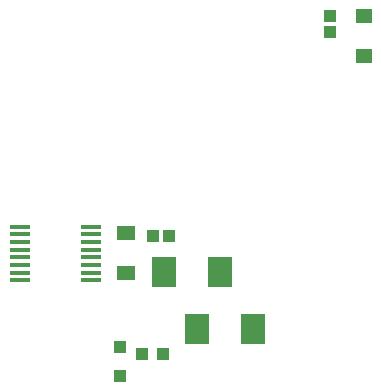
<source format=gtp>
G04 Layer: TopPasteMaskLayer*
G04 EasyEDA v6.3.22, 2020-02-05T09:45:25+02:00*
G04 0beb7f22875c416991f5e4e823d3f9f6,afbe6106ea7c444a8181c1b12ab228e2,10*
G04 Gerber Generator version 0.2*
G04 Scale: 100 percent, Rotated: No, Reflected: No *
G04 Dimensions in inches *
G04 leading zeros omitted , absolute positions ,2 integer and 4 decimal *
%FSLAX24Y24*%
%MOIN*%
G90*
G70D02*

%ADD18R,0.078740X0.098425*%
%ADD19R,0.059055X0.051181*%
%ADD20R,0.039370X0.039370*%
%ADD21R,0.039370X0.043307*%
%ADD22R,0.071000X0.016000*%
%ADD23R,0.055118X0.047244*%
%ADD24R,0.043307X0.039370*%

%LPD*%
G54D18*
G01X12521Y2193D03*
G01X10670Y2193D03*
G54D19*
G01X8286Y4043D03*
G01X8286Y5382D03*
G54D18*
G01X11421Y4093D03*
G01X9570Y4093D03*
G54D20*
G01X8086Y621D03*
G01X8086Y1565D03*
G54D21*
G01X9540Y1343D03*
G01X8831Y1343D03*
G01X9186Y5293D03*
G01X9737Y5293D03*
G54D22*
G01X4755Y3797D03*
G01X4755Y4053D03*
G01X4755Y4309D03*
G01X4755Y4565D03*
G01X4755Y4821D03*
G01X4755Y5077D03*
G01X4755Y5333D03*
G01X4755Y5589D03*
G01X7117Y5589D03*
G01X7117Y5333D03*
G01X7117Y5077D03*
G01X7117Y4821D03*
G01X7117Y4565D03*
G01X7117Y4309D03*
G01X7117Y4053D03*
G01X7117Y3797D03*
G54D23*
G01X16236Y11274D03*
G01X16236Y12612D03*
G54D24*
G01X15086Y12067D03*
G01X15086Y12618D03*
M00*
M02*

</source>
